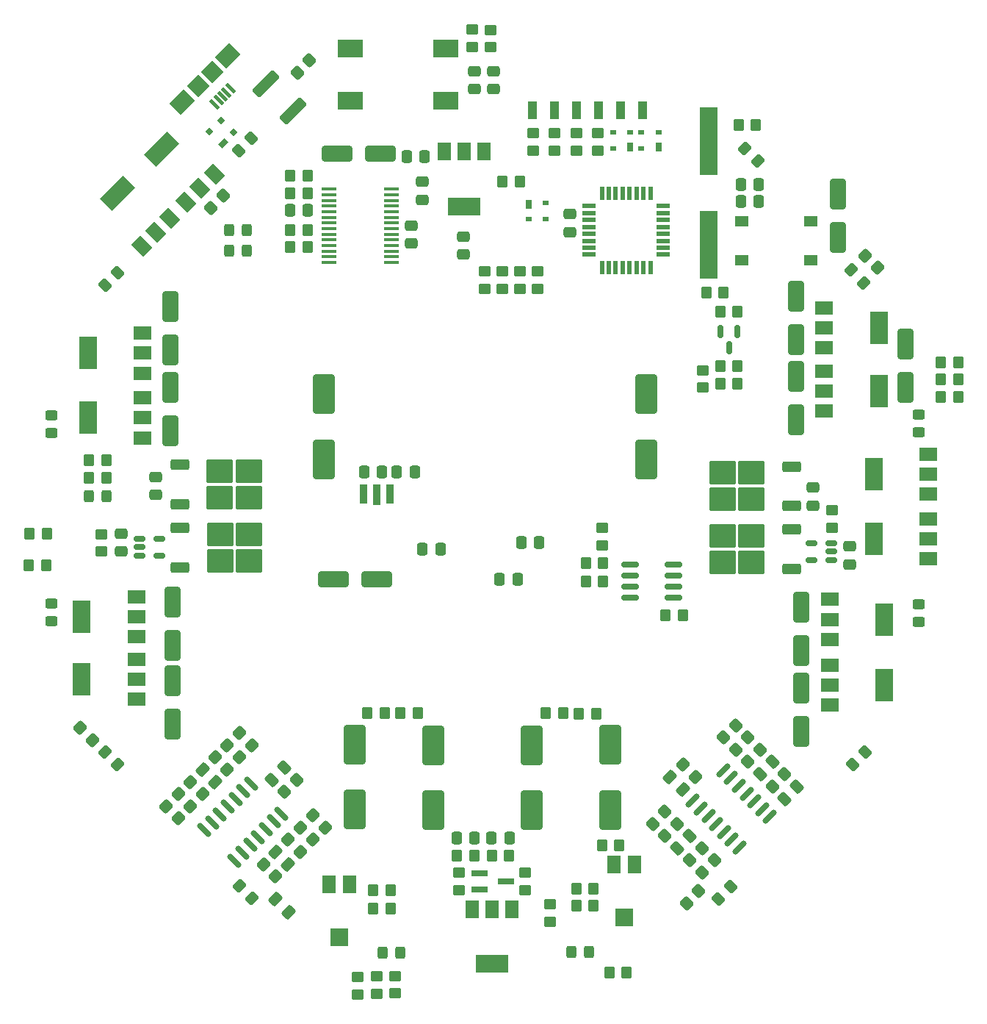
<source format=gbr>
%TF.GenerationSoftware,KiCad,Pcbnew,7.0.6*%
%TF.CreationDate,2023-10-06T12:50:56+02:00*%
%TF.ProjectId,MagLev,4d61674c-6576-42e6-9b69-6361645f7063,V1.0*%
%TF.SameCoordinates,Original*%
%TF.FileFunction,Paste,Top*%
%TF.FilePolarity,Positive*%
%FSLAX46Y46*%
G04 Gerber Fmt 4.6, Leading zero omitted, Abs format (unit mm)*
G04 Created by KiCad (PCBNEW 7.0.6) date 2023-10-06 12:50:56*
%MOMM*%
%LPD*%
G01*
G04 APERTURE LIST*
G04 Aperture macros list*
%AMRoundRect*
0 Rectangle with rounded corners*
0 $1 Rounding radius*
0 $2 $3 $4 $5 $6 $7 $8 $9 X,Y pos of 4 corners*
0 Add a 4 corners polygon primitive as box body*
4,1,4,$2,$3,$4,$5,$6,$7,$8,$9,$2,$3,0*
0 Add four circle primitives for the rounded corners*
1,1,$1+$1,$2,$3*
1,1,$1+$1,$4,$5*
1,1,$1+$1,$6,$7*
1,1,$1+$1,$8,$9*
0 Add four rect primitives between the rounded corners*
20,1,$1+$1,$2,$3,$4,$5,0*
20,1,$1+$1,$4,$5,$6,$7,0*
20,1,$1+$1,$6,$7,$8,$9,0*
20,1,$1+$1,$8,$9,$2,$3,0*%
%AMRotRect*
0 Rectangle, with rotation*
0 The origin of the aperture is its center*
0 $1 length*
0 $2 width*
0 $3 Rotation angle, in degrees counterclockwise*
0 Add horizontal line*
21,1,$1,$2,0,0,$3*%
G04 Aperture macros list end*
%ADD10R,2.000000X1.500000*%
%ADD11R,2.000000X3.800000*%
%ADD12RoundRect,0.250000X0.565685X0.070711X0.070711X0.565685X-0.565685X-0.070711X-0.070711X-0.565685X0*%
%ADD13RoundRect,0.250000X-0.337500X-0.475000X0.337500X-0.475000X0.337500X0.475000X-0.337500X0.475000X0*%
%ADD14RoundRect,0.250000X-0.350000X-0.450000X0.350000X-0.450000X0.350000X0.450000X-0.350000X0.450000X0*%
%ADD15RoundRect,0.250000X-0.450000X0.350000X-0.450000X-0.350000X0.450000X-0.350000X0.450000X0.350000X0*%
%ADD16RoundRect,0.250000X1.000000X-2.000000X1.000000X2.000000X-1.000000X2.000000X-1.000000X-2.000000X0*%
%ADD17RoundRect,0.250000X1.275000X1.125000X-1.275000X1.125000X-1.275000X-1.125000X1.275000X-1.125000X0*%
%ADD18RoundRect,0.250000X0.850000X0.350000X-0.850000X0.350000X-0.850000X-0.350000X0.850000X-0.350000X0*%
%ADD19RoundRect,0.250000X-0.475000X0.337500X-0.475000X-0.337500X0.475000X-0.337500X0.475000X0.337500X0*%
%ADD20R,3.000000X2.000000*%
%ADD21RotRect,2.000000X1.500000X135.000000*%
%ADD22RotRect,2.000000X3.800000X135.000000*%
%ADD23RoundRect,0.250000X-0.088388X0.548008X-0.548008X0.088388X0.088388X-0.548008X0.548008X-0.088388X0*%
%ADD24RoundRect,0.250000X0.350000X0.450000X-0.350000X0.450000X-0.350000X-0.450000X0.350000X-0.450000X0*%
%ADD25RoundRect,0.250000X0.070711X-0.565685X0.565685X-0.070711X-0.070711X0.565685X-0.565685X0.070711X0*%
%ADD26RoundRect,0.250000X0.548008X0.088388X0.088388X0.548008X-0.548008X-0.088388X-0.088388X-0.548008X0*%
%ADD27RoundRect,0.250000X-0.850000X-0.350000X0.850000X-0.350000X0.850000X0.350000X-0.850000X0.350000X0*%
%ADD28RoundRect,0.250000X-1.275000X-1.125000X1.275000X-1.125000X1.275000X1.125000X-1.275000X1.125000X0*%
%ADD29RoundRect,0.250000X0.450000X-0.350000X0.450000X0.350000X-0.450000X0.350000X-0.450000X-0.350000X0*%
%ADD30RoundRect,0.250000X-0.650000X1.500000X-0.650000X-1.500000X0.650000X-1.500000X0.650000X1.500000X0*%
%ADD31RoundRect,0.250000X0.088388X-0.548008X0.548008X-0.088388X-0.088388X0.548008X-0.548008X0.088388X0*%
%ADD32R,1.600000X2.000000*%
%ADD33R,2.000000X2.000000*%
%ADD34RoundRect,0.250000X0.475000X-0.337500X0.475000X0.337500X-0.475000X0.337500X-0.475000X-0.337500X0*%
%ADD35RoundRect,0.250000X-0.070711X0.565685X-0.565685X0.070711X0.070711X-0.565685X0.565685X-0.070711X0*%
%ADD36RoundRect,0.150000X0.512500X0.150000X-0.512500X0.150000X-0.512500X-0.150000X0.512500X-0.150000X0*%
%ADD37RoundRect,0.250000X-1.000000X2.000000X-1.000000X-2.000000X1.000000X-2.000000X1.000000X2.000000X0*%
%ADD38R,1.500000X2.000000*%
%ADD39R,3.800000X2.000000*%
%ADD40R,0.900000X2.300000*%
%ADD41R,0.900000X2.475000*%
%ADD42RoundRect,0.250000X-0.565685X-0.070711X-0.070711X-0.565685X0.565685X0.070711X0.070711X0.565685X0*%
%ADD43RoundRect,0.250000X1.308148X0.742462X0.742462X1.308148X-1.308148X-0.742462X-0.742462X-1.308148X0*%
%ADD44RotRect,0.400000X1.400000X225.000000*%
%ADD45RotRect,2.300000X1.900000X225.000000*%
%ADD46RotRect,1.800000X1.900000X225.000000*%
%ADD47RoundRect,0.250000X-0.548008X-0.088388X-0.088388X-0.548008X0.548008X0.088388X0.088388X0.548008X0*%
%ADD48RoundRect,0.250000X0.337500X0.475000X-0.337500X0.475000X-0.337500X-0.475000X0.337500X-0.475000X0*%
%ADD49R,1.750000X0.450000*%
%ADD50RoundRect,0.250000X-0.450000X0.325000X-0.450000X-0.325000X0.450000X-0.325000X0.450000X0.325000X0*%
%ADD51RoundRect,0.250000X-0.097227X0.574524X-0.574524X0.097227X0.097227X-0.574524X0.574524X-0.097227X0*%
%ADD52R,1.600000X0.550000*%
%ADD53R,0.550000X1.600000*%
%ADD54RoundRect,0.250000X0.450000X-0.325000X0.450000X0.325000X-0.450000X0.325000X-0.450000X-0.325000X0*%
%ADD55R,1.000000X2.000000*%
%ADD56RoundRect,0.250000X0.574524X0.097227X0.097227X0.574524X-0.574524X-0.097227X-0.097227X-0.574524X0*%
%ADD57RoundRect,0.250000X-0.574524X-0.097227X-0.097227X-0.574524X0.574524X0.097227X0.097227X0.574524X0*%
%ADD58RoundRect,0.150000X-0.512500X-0.150000X0.512500X-0.150000X0.512500X0.150000X-0.512500X0.150000X0*%
%ADD59R,0.700000X1.000000*%
%ADD60R,0.700000X0.600000*%
%ADD61RoundRect,0.250000X1.500000X0.650000X-1.500000X0.650000X-1.500000X-0.650000X1.500000X-0.650000X0*%
%ADD62RotRect,0.700000X1.000000X135.000000*%
%ADD63RotRect,0.700000X0.600000X135.000000*%
%ADD64RoundRect,0.250000X-0.325000X-0.450000X0.325000X-0.450000X0.325000X0.450000X-0.325000X0.450000X0*%
%ADD65RoundRect,0.250000X0.650000X-1.500000X0.650000X1.500000X-0.650000X1.500000X-0.650000X-1.500000X0*%
%ADD66RoundRect,0.250000X0.325000X0.450000X-0.325000X0.450000X-0.325000X-0.450000X0.325000X-0.450000X0*%
%ADD67RoundRect,0.150000X-0.825000X-0.150000X0.825000X-0.150000X0.825000X0.150000X-0.825000X0.150000X0*%
%ADD68RoundRect,0.150000X-0.150000X0.587500X-0.150000X-0.587500X0.150000X-0.587500X0.150000X0.587500X0*%
%ADD69R,1.550000X1.300000*%
%ADD70R,2.000000X7.875000*%
%ADD71RoundRect,0.250000X0.097227X-0.574524X0.574524X-0.097227X-0.097227X0.574524X-0.574524X0.097227X0*%
%ADD72R,1.900000X0.800000*%
%ADD73RoundRect,0.150000X-0.689429X0.477297X0.477297X-0.689429X0.689429X-0.477297X-0.477297X0.689429X0*%
%ADD74RoundRect,0.150000X-0.477297X-0.689429X0.689429X0.477297X0.477297X0.689429X-0.689429X-0.477297X0*%
G04 APERTURE END LIST*
D10*
%TO.C,Q8*%
X112200000Y-120100000D03*
D11*
X105900000Y-120100000D03*
D10*
X112200000Y-122400000D03*
X112200000Y-117800000D03*
%TD*%
D12*
%TO.C,R73*%
X197657107Y-72707107D03*
X196242893Y-71292893D03*
%TD*%
D13*
%TO.C,C35*%
X145150000Y-105100000D03*
X147225000Y-105100000D03*
%TD*%
D14*
%TO.C,R57*%
X159400000Y-124000000D03*
X161400000Y-124000000D03*
%TD*%
D15*
%TO.C,R51*%
X192421384Y-100621384D03*
X192421384Y-102621384D03*
%TD*%
D16*
%TO.C,C4*%
X166800000Y-135150000D03*
X166800000Y-127650000D03*
%TD*%
D17*
%TO.C,D34*%
X183096384Y-99396384D03*
X183096384Y-96346384D03*
X179746384Y-99396384D03*
X179746384Y-96346384D03*
D18*
X187721384Y-100151384D03*
X187721384Y-95591384D03*
%TD*%
D19*
%TO.C,C30*%
X114400000Y-96812500D03*
X114400000Y-98887500D03*
%TD*%
D12*
%TO.C,R71*%
X107107107Y-127107107D03*
X105692893Y-125692893D03*
%TD*%
D10*
%TO.C,Q1*%
X192100000Y-113200000D03*
D11*
X198400000Y-113200000D03*
D10*
X192100000Y-110900000D03*
X192100000Y-115500000D03*
%TD*%
D20*
%TO.C,J1*%
X147850000Y-47450000D03*
X147850000Y-53450000D03*
X136850000Y-53450000D03*
X136850000Y-47450000D03*
%TD*%
D16*
%TO.C,C23*%
X171000000Y-94750000D03*
X171000000Y-87250000D03*
%TD*%
D21*
%TO.C,Q14*%
X119527386Y-63527386D03*
D22*
X115072614Y-59072614D03*
D21*
X117901041Y-65153732D03*
X121153732Y-61901041D03*
%TD*%
D23*
%TO.C,D38*%
X196224784Y-128475216D03*
X194775216Y-129924784D03*
%TD*%
D24*
%TO.C,R61*%
X206950000Y-83575000D03*
X204950000Y-83575000D03*
%TD*%
D25*
%TO.C,R6*%
X179859337Y-126810757D03*
X181273551Y-125396543D03*
%TD*%
D24*
%TO.C,R46*%
X206925000Y-87600000D03*
X204925000Y-87600000D03*
%TD*%
D26*
%TO.C,D43*%
X110024784Y-129924784D03*
X108575216Y-128475216D03*
%TD*%
D27*
%TO.C,Q13*%
X117200000Y-102700000D03*
D28*
X121825000Y-103455000D03*
X121825000Y-106505000D03*
X125175000Y-103455000D03*
X125175000Y-106505000D03*
D27*
X117200000Y-107260000D03*
%TD*%
D24*
%TO.C,R39*%
X131900000Y-64100000D03*
X129900000Y-64100000D03*
%TD*%
D25*
%TO.C,R8*%
X181259337Y-128210757D03*
X182673551Y-126796543D03*
%TD*%
D29*
%TO.C,R56*%
X162900000Y-59200000D03*
X162900000Y-57200000D03*
%TD*%
D14*
%TO.C,R34*%
X162900000Y-144200000D03*
X164900000Y-144200000D03*
%TD*%
%TO.C,R15*%
X164000000Y-106700000D03*
X166000000Y-106700000D03*
%TD*%
D10*
%TO.C,Q5*%
X203500000Y-103950000D03*
D11*
X197200000Y-103950000D03*
D10*
X203500000Y-106250000D03*
X203500000Y-101650000D03*
%TD*%
D12*
%TO.C,R31*%
X125493908Y-127678171D03*
X124079694Y-126263957D03*
%TD*%
D30*
%TO.C,D1*%
X188835786Y-111805278D03*
X188835786Y-116805278D03*
%TD*%
D19*
%TO.C,C29*%
X190150000Y-98025000D03*
X190150000Y-100100000D03*
%TD*%
D28*
%TO.C,D35*%
X121800000Y-96150000D03*
X121800000Y-99200000D03*
X125150000Y-96150000D03*
X125150000Y-99200000D03*
D27*
X117175000Y-95395000D03*
X117175000Y-99955000D03*
%TD*%
D31*
%TO.C,D36*%
X108575216Y-74724784D03*
X110024784Y-73275216D03*
%TD*%
D15*
%TO.C,R12*%
X150900000Y-45275000D03*
X150900000Y-47275000D03*
%TD*%
D19*
%TO.C,C32*%
X151150000Y-50062500D03*
X151150000Y-52137500D03*
%TD*%
D32*
%TO.C,RV2*%
X134425000Y-143752000D03*
D33*
X135600000Y-149848000D03*
D32*
X136775000Y-143752000D03*
%TD*%
D34*
%TO.C,C19*%
X110425000Y-105395000D03*
X110425000Y-103320000D03*
%TD*%
D30*
%TO.C,D5*%
X188256430Y-76000000D03*
X188256430Y-81000000D03*
%TD*%
D35*
%TO.C,R33*%
X173122049Y-135331393D03*
X171707835Y-136745607D03*
%TD*%
D24*
%TO.C,R21*%
X141500000Y-144400000D03*
X139500000Y-144400000D03*
%TD*%
D36*
%TO.C,U13*%
X192337500Y-106350000D03*
X192337500Y-105400000D03*
X192337500Y-104450000D03*
X190062500Y-104450000D03*
X190062500Y-106350000D03*
%TD*%
D37*
%TO.C,C3*%
X157800000Y-127700000D03*
X157800000Y-135200000D03*
%TD*%
D15*
%TO.C,R68*%
X177500000Y-84500000D03*
X177500000Y-86500000D03*
%TD*%
D38*
%TO.C,U9*%
X152250000Y-59350000D03*
X149950000Y-59350000D03*
D39*
X149950000Y-65650000D03*
D38*
X147650000Y-59350000D03*
%TD*%
D15*
%TO.C,R72*%
X137700000Y-154400000D03*
X137700000Y-156400000D03*
%TD*%
D40*
%TO.C,U3*%
X141400000Y-98800000D03*
D41*
X139900000Y-98887500D03*
D40*
X138400000Y-98800000D03*
%TD*%
D19*
%TO.C,C15*%
X149900000Y-69100000D03*
X149900000Y-71175000D03*
%TD*%
D29*
%TO.C,R42*%
X139925000Y-156300000D03*
X139925000Y-154300000D03*
%TD*%
%TO.C,R41*%
X152325000Y-75125000D03*
X152325000Y-73125000D03*
%TD*%
D14*
%TO.C,R9*%
X162900000Y-146200000D03*
X164900000Y-146200000D03*
%TD*%
D29*
%TO.C,R49*%
X158400000Y-75100000D03*
X158400000Y-73100000D03*
%TD*%
D14*
%TO.C,R27*%
X173200000Y-112700000D03*
X175200000Y-112700000D03*
%TD*%
%TO.C,R63*%
X129900000Y-70350000D03*
X131900000Y-70350000D03*
%TD*%
D37*
%TO.C,C6*%
X146400000Y-127700000D03*
X146400000Y-135200000D03*
%TD*%
D31*
%TO.C,D33*%
X123975216Y-59224784D03*
X125424784Y-57775216D03*
%TD*%
D42*
%TO.C,R23*%
X126833005Y-141399748D03*
X128247219Y-142813962D03*
%TD*%
D43*
%TO.C,F1*%
X130223313Y-54673313D03*
X127076687Y-51526687D03*
%TD*%
D24*
%TO.C,R67*%
X181500000Y-86100000D03*
X179500000Y-86100000D03*
%TD*%
D10*
%TO.C,Q9*%
X112199999Y-112900000D03*
D11*
X105899999Y-112900000D03*
D10*
X112199999Y-115200000D03*
X112199999Y-110600000D03*
%TD*%
D24*
%TO.C,R16*%
X166000000Y-108800000D03*
X164000000Y-108800000D03*
%TD*%
%TO.C,R55*%
X156400000Y-62800000D03*
X154400000Y-62800000D03*
%TD*%
%TO.C,R25*%
X141500000Y-146500000D03*
X139500000Y-146500000D03*
%TD*%
D29*
%TO.C,R64*%
X165400000Y-59200000D03*
X165400000Y-57200000D03*
%TD*%
D25*
%TO.C,R24*%
X129235786Y-133078427D03*
X130650000Y-131664213D03*
%TD*%
D15*
%TO.C,R70*%
X159900000Y-146000000D03*
X159900000Y-148000000D03*
%TD*%
D44*
%TO.C,J4*%
X123036143Y-52044365D03*
X122576524Y-52503984D03*
X122116905Y-52963604D03*
X121657285Y-53423223D03*
X121197666Y-53882842D03*
D45*
X122753301Y-48296699D03*
D46*
X120914823Y-50135176D03*
X119288477Y-51761522D03*
D45*
X117450000Y-53600000D03*
%TD*%
D25*
%TO.C,R1*%
X175976992Y-140961731D03*
X177391206Y-139547517D03*
%TD*%
D47*
%TO.C,D50*%
X182350216Y-59000216D03*
X183799784Y-60449784D03*
%TD*%
D13*
%TO.C,C11*%
X181862500Y-63100000D03*
X183937500Y-63100000D03*
%TD*%
D35*
%TO.C,R65*%
X122214214Y-64385786D03*
X120800000Y-65800000D03*
%TD*%
D48*
%TO.C,C16*%
X145437500Y-59900000D03*
X143362500Y-59900000D03*
%TD*%
D15*
%TO.C,R35*%
X153050000Y-45325000D03*
X153050000Y-47325000D03*
%TD*%
D49*
%TO.C,U8*%
X141600000Y-72100000D03*
X141600000Y-71450000D03*
X141600000Y-70800000D03*
X141600000Y-70150000D03*
X141600000Y-69500000D03*
X141600000Y-68850000D03*
X141600000Y-68200000D03*
X141600000Y-67550000D03*
X141600000Y-66900000D03*
X141600000Y-66250000D03*
X141600000Y-65600000D03*
X141600000Y-64950000D03*
X141600000Y-64300000D03*
X141600000Y-63650000D03*
X134400000Y-63650000D03*
X134400000Y-64300000D03*
X134400000Y-64950000D03*
X134400000Y-65600000D03*
X134400000Y-66250000D03*
X134400000Y-66900000D03*
X134400000Y-67550000D03*
X134400000Y-68200000D03*
X134400000Y-68850000D03*
X134400000Y-69500000D03*
X134400000Y-70150000D03*
X134400000Y-70800000D03*
X134400000Y-71450000D03*
X134400000Y-72100000D03*
%TD*%
D50*
%TO.C,D47*%
X202400000Y-111425000D03*
X202400000Y-113475000D03*
%TD*%
D51*
%TO.C,C24*%
X129235786Y-130250000D03*
X127768540Y-131717246D03*
%TD*%
D14*
%TO.C,R37*%
X99775000Y-106975000D03*
X101775000Y-106975000D03*
%TD*%
D16*
%TO.C,C22*%
X133800000Y-94750000D03*
X133800000Y-87250000D03*
%TD*%
D52*
%TO.C,U6*%
X172900000Y-71200000D03*
X172900000Y-70400000D03*
X172900000Y-69600000D03*
X172900000Y-68800000D03*
X172900000Y-68000000D03*
X172900000Y-67200000D03*
X172900000Y-66400000D03*
X172900000Y-65600000D03*
D53*
X171450000Y-64150000D03*
X170650000Y-64150000D03*
X169850000Y-64150000D03*
X169050000Y-64150000D03*
X168250000Y-64150000D03*
X167450000Y-64150000D03*
X166650000Y-64150000D03*
X165850000Y-64150000D03*
D52*
X164400000Y-65600000D03*
X164400000Y-66400000D03*
X164400000Y-67200000D03*
X164400000Y-68000000D03*
X164400000Y-68800000D03*
X164400000Y-69600000D03*
X164400000Y-70400000D03*
X164400000Y-71200000D03*
D53*
X165850000Y-72650000D03*
X166650000Y-72650000D03*
X167450000Y-72650000D03*
X168250000Y-72650000D03*
X169050000Y-72650000D03*
X169850000Y-72650000D03*
X170650000Y-72650000D03*
X171450000Y-72650000D03*
%TD*%
D54*
%TO.C,D41*%
X102400000Y-91725000D03*
X102400000Y-89675000D03*
%TD*%
D10*
%TO.C,Q7*%
X191500000Y-86900000D03*
D11*
X197800000Y-86900000D03*
D10*
X191500000Y-84600000D03*
X191500000Y-89200000D03*
%TD*%
D55*
%TO.C,J2*%
X170575000Y-54568000D03*
X168035000Y-54600000D03*
X165495000Y-54600000D03*
X162955000Y-54600000D03*
X160415000Y-54600000D03*
X157875000Y-54600000D03*
%TD*%
D30*
%TO.C,D2*%
X188835786Y-121105278D03*
X188835786Y-126105278D03*
%TD*%
D48*
%TO.C,C10*%
X144300000Y-96250000D03*
X142225000Y-96250000D03*
%TD*%
D21*
%TO.C,Q10*%
X114427386Y-68627386D03*
D22*
X109972614Y-64172614D03*
D21*
X112801041Y-70253732D03*
X116053732Y-67001041D03*
%TD*%
D19*
%TO.C,C31*%
X153400000Y-50062500D03*
X153400000Y-52137500D03*
%TD*%
D26*
%TO.C,D44*%
X125500000Y-145300000D03*
X124050432Y-143850432D03*
%TD*%
D56*
%TO.C,C18*%
X129687949Y-141426265D03*
X128220703Y-139959019D03*
%TD*%
D19*
%TO.C,C20*%
X194421384Y-104796384D03*
X194421384Y-106871384D03*
%TD*%
D42*
%TO.C,R28*%
X118422840Y-131920810D03*
X119837054Y-133335024D03*
%TD*%
D57*
%TO.C,C26*%
X119810538Y-130480081D03*
X121277784Y-131947327D03*
%TD*%
D24*
%TO.C,R74*%
X183625000Y-56275000D03*
X181625000Y-56275000D03*
%TD*%
%TO.C,R66*%
X181500000Y-84000000D03*
X179500000Y-84000000D03*
%TD*%
D58*
%TO.C,U14*%
X112537500Y-103945000D03*
X112537500Y-104895000D03*
X112537500Y-105845000D03*
X114812500Y-105845000D03*
X114812500Y-103945000D03*
%TD*%
D14*
%TO.C,R69*%
X106700000Y-94900000D03*
X108700000Y-94900000D03*
%TD*%
D42*
%TO.C,R19*%
X132516377Y-135769410D03*
X133930591Y-137183624D03*
%TD*%
D59*
%TO.C,D32*%
X172400000Y-58800000D03*
D60*
X172400000Y-57100000D03*
X170400000Y-57100000D03*
X170400000Y-59000000D03*
%TD*%
D29*
%TO.C,R45*%
X141975000Y-156275000D03*
X141975000Y-154275000D03*
%TD*%
D61*
%TO.C,D9*%
X139900000Y-108600000D03*
X134900000Y-108600000D03*
%TD*%
D14*
%TO.C,R0*%
X106700000Y-96900000D03*
X108700000Y-96900000D03*
%TD*%
D62*
%TO.C,D29*%
X122176777Y-58337437D03*
D63*
X123378858Y-57135355D03*
X121964645Y-55721142D03*
X120621142Y-57064645D03*
%TD*%
D19*
%TO.C,C17*%
X145150000Y-62812500D03*
X145150000Y-64887500D03*
%TD*%
D35*
%TO.C,R50*%
X132132107Y-48817893D03*
X130717893Y-50232107D03*
%TD*%
D14*
%TO.C,R62*%
X129900000Y-68350000D03*
X131900000Y-68350000D03*
%TD*%
D64*
%TO.C,DS1*%
X106675000Y-99000000D03*
X108725000Y-99000000D03*
%TD*%
D48*
%TO.C,C2*%
X151162500Y-138400000D03*
X149087500Y-138400000D03*
%TD*%
%TO.C,C34*%
X156150000Y-108600000D03*
X154075000Y-108600000D03*
%TD*%
D38*
%TO.C,Q15*%
X153200000Y-146600001D03*
D39*
X153200000Y-152900001D03*
D38*
X155500000Y-146600001D03*
X150900000Y-146600001D03*
%TD*%
D10*
%TO.C,Q3*%
X112900000Y-90000000D03*
D11*
X106600000Y-90000000D03*
D10*
X112900000Y-92300000D03*
X112900000Y-87700000D03*
%TD*%
D65*
%TO.C,D4*%
X116100000Y-82199999D03*
X116100000Y-77199999D03*
%TD*%
D59*
%TO.C,D31*%
X157400000Y-65400000D03*
D60*
X157400000Y-67100000D03*
X159400000Y-67100000D03*
X159400000Y-65200000D03*
%TD*%
D25*
%TO.C,R98*%
X177391207Y-142375943D03*
X178805421Y-140961729D03*
%TD*%
D66*
%TO.C,D40*%
X124925000Y-70700000D03*
X122875000Y-70700000D03*
%TD*%
D24*
%TO.C,R58*%
X140800000Y-124000000D03*
X138800000Y-124000000D03*
%TD*%
D59*
%TO.C,D30*%
X169150000Y-58800000D03*
D60*
X169150000Y-57100000D03*
X167150000Y-57100000D03*
X167150000Y-59000000D03*
%TD*%
D30*
%TO.C,D11*%
X200900000Y-81500000D03*
X200900000Y-86500000D03*
%TD*%
D66*
%TO.C,D46*%
X164400000Y-151500000D03*
X162350000Y-151500000D03*
%TD*%
D12*
%TO.C,R11*%
X176632107Y-131357107D03*
X175217893Y-129942893D03*
%TD*%
D67*
%TO.C,U5*%
X169125000Y-106895000D03*
X169125000Y-108165000D03*
X169125000Y-109435000D03*
X169125000Y-110705000D03*
X174075000Y-110705000D03*
X174075000Y-109435000D03*
X174075000Y-108165000D03*
X174075000Y-106895000D03*
%TD*%
D13*
%TO.C,C12*%
X181862500Y-65100000D03*
X183937500Y-65100000D03*
%TD*%
D10*
%TO.C,Q4*%
X112900000Y-82550000D03*
D11*
X106600000Y-82550000D03*
D10*
X112900000Y-84850000D03*
X112900000Y-80250000D03*
%TD*%
%TO.C,Q2*%
X192100000Y-120762237D03*
D11*
X198400000Y-120762237D03*
D10*
X192100000Y-118462237D03*
X192100000Y-123062237D03*
%TD*%
D14*
%TO.C,R18*%
X149162500Y-140400000D03*
X151162500Y-140400000D03*
%TD*%
D68*
%TO.C,Q11*%
X181450000Y-80025000D03*
X179550000Y-80025000D03*
X180500000Y-81900000D03*
%TD*%
D24*
%TO.C,R60*%
X168700000Y-153900000D03*
X166700000Y-153900000D03*
%TD*%
%TO.C,R43*%
X206950000Y-85575000D03*
X204950000Y-85575000D03*
%TD*%
D29*
%TO.C,R48*%
X156400000Y-75100000D03*
X156400000Y-73100000D03*
%TD*%
D48*
%TO.C,C14*%
X131975000Y-66100000D03*
X129900000Y-66100000D03*
%TD*%
D10*
%TO.C,Q6*%
X191500000Y-79650000D03*
D11*
X197800000Y-79650000D03*
D10*
X191500000Y-77350000D03*
X191500000Y-81950000D03*
%TD*%
D15*
%TO.C,R2*%
X108175000Y-103395000D03*
X108175000Y-105395000D03*
%TD*%
D66*
%TO.C,D39*%
X124925000Y-68350000D03*
X122875000Y-68350000D03*
%TD*%
D24*
%TO.C,R40*%
X181500000Y-77800000D03*
X179500000Y-77800000D03*
%TD*%
D42*
%TO.C,R29*%
X121251268Y-129092383D03*
X122665482Y-130506597D03*
%TD*%
D14*
%TO.C,R4*%
X165850000Y-139225000D03*
X167850000Y-139225000D03*
%TD*%
D57*
%TO.C,C25*%
X173716377Y-131350716D03*
X175183623Y-132817962D03*
%TD*%
D24*
%TO.C,R26*%
X155162500Y-140400000D03*
X153162500Y-140400000D03*
%TD*%
D66*
%TO.C,D45*%
X142625000Y-151600000D03*
X140575000Y-151600000D03*
%TD*%
D24*
%TO.C,R54*%
X144600000Y-124000000D03*
X142600000Y-124000000D03*
%TD*%
D23*
%TO.C,D37*%
X180749568Y-143950432D03*
X179300000Y-145400000D03*
%TD*%
D19*
%TO.C,C13*%
X162150000Y-66525000D03*
X162150000Y-68600000D03*
%TD*%
D42*
%TO.C,R32*%
X129661433Y-138571321D03*
X131075647Y-139985535D03*
%TD*%
D29*
%TO.C,R14*%
X157000000Y-144400000D03*
X157000000Y-142400000D03*
%TD*%
D65*
%TO.C,D7*%
X116400000Y-125300000D03*
X116400000Y-120300000D03*
%TD*%
D56*
%TO.C,C8*%
X129700000Y-146900000D03*
X128232754Y-145432754D03*
%TD*%
D13*
%TO.C,C9*%
X138425000Y-96250000D03*
X140500000Y-96250000D03*
%TD*%
D69*
%TO.C,RESET1*%
X189960000Y-71870000D03*
X182000000Y-71870000D03*
X189960000Y-67370000D03*
X182000000Y-67370000D03*
%TD*%
D25*
%TO.C,R10*%
X173122048Y-138159820D03*
X174536262Y-136745606D03*
%TD*%
D10*
%TO.C,Q18*%
X203499999Y-96450000D03*
D11*
X197199999Y-96450000D03*
D10*
X203499999Y-98750000D03*
X203499999Y-94150000D03*
%TD*%
D51*
%TO.C,C21*%
X185537333Y-129589615D03*
X184070087Y-131056861D03*
%TD*%
%TO.C,C1*%
X188330406Y-132453399D03*
X186863160Y-133920645D03*
%TD*%
D65*
%TO.C,D8*%
X116400000Y-116200000D03*
X116400000Y-111200000D03*
%TD*%
D54*
%TO.C,D42*%
X102400000Y-113425000D03*
X102400000Y-111375000D03*
%TD*%
D25*
%TO.C,R22*%
X185512660Y-132456849D03*
X186926874Y-131042635D03*
%TD*%
D24*
%TO.C,R47*%
X179900000Y-75600000D03*
X177900000Y-75600000D03*
%TD*%
D32*
%TO.C,RV1*%
X167225000Y-141452000D03*
D33*
X168400000Y-147548000D03*
D32*
X169575000Y-141452000D03*
%TD*%
D14*
%TO.C,R59*%
X163200000Y-124050000D03*
X165200000Y-124050000D03*
%TD*%
D16*
%TO.C,C7*%
X137400000Y-135100000D03*
X137400000Y-127600000D03*
%TD*%
D42*
%TO.C,R20*%
X131102163Y-137183623D03*
X132516377Y-138597837D03*
%TD*%
D65*
%TO.C,D10*%
X193100000Y-69225000D03*
X193100000Y-64225000D03*
%TD*%
D13*
%TO.C,C33*%
X156575000Y-104350000D03*
X158650000Y-104350000D03*
%TD*%
D29*
%TO.C,R53*%
X160400000Y-59200000D03*
X160400000Y-57200000D03*
%TD*%
%TO.C,R7*%
X149362500Y-144400000D03*
X149362500Y-142400000D03*
%TD*%
%TO.C,R17*%
X165900000Y-104700000D03*
X165900000Y-102700000D03*
%TD*%
D25*
%TO.C,R13*%
X175592893Y-145907107D03*
X177007107Y-144492893D03*
%TD*%
D29*
%TO.C,R52*%
X157900000Y-59200000D03*
X157900000Y-57200000D03*
%TD*%
D70*
%TO.C,Y3*%
X178150000Y-58162500D03*
X178150000Y-70037500D03*
%TD*%
D12*
%TO.C,R30*%
X124079695Y-129092383D03*
X122665481Y-127678169D03*
%TD*%
D71*
%TO.C,C27*%
X174509746Y-139600550D03*
X175976992Y-138133304D03*
%TD*%
D72*
%TO.C,U4*%
X151762500Y-142450000D03*
X151762500Y-144350000D03*
X154762500Y-143400000D03*
%TD*%
D73*
%TO.C,U2*%
X125401985Y-132083445D03*
X124503959Y-132981470D03*
X123605933Y-133879496D03*
X122707908Y-134777522D03*
X121809882Y-135675547D03*
X120911856Y-136573573D03*
X120013831Y-137471599D03*
X123514009Y-140971777D03*
X124412035Y-140073752D03*
X125310061Y-139175726D03*
X126208086Y-138277700D03*
X127106112Y-137379675D03*
X128004138Y-136481649D03*
X128902163Y-135583623D03*
%TD*%
D13*
%TO.C,C5*%
X153125000Y-138400000D03*
X155200000Y-138400000D03*
%TD*%
D74*
%TO.C,U1*%
X176341153Y-134078046D03*
X177239178Y-134976072D03*
X178137204Y-135874098D03*
X179035230Y-136772123D03*
X179933255Y-137670149D03*
X180831281Y-138568175D03*
X181729307Y-139466200D03*
X185229485Y-135966022D03*
X184331460Y-135067996D03*
X183433434Y-134169970D03*
X182535408Y-133271945D03*
X181637383Y-132373919D03*
X180739357Y-131475893D03*
X179841331Y-130577868D03*
%TD*%
D25*
%TO.C,R5*%
X182673552Y-129624969D03*
X184087766Y-128210755D03*
%TD*%
D14*
%TO.C,R38*%
X129900000Y-62100000D03*
X131900000Y-62100000D03*
%TD*%
D65*
%TO.C,D3*%
X116100000Y-91500001D03*
X116100000Y-86500001D03*
%TD*%
D61*
%TO.C,D28*%
X140300000Y-59600000D03*
X135300000Y-59600000D03*
%TD*%
D29*
%TO.C,R44*%
X154375000Y-75125000D03*
X154375000Y-73125000D03*
%TD*%
D50*
%TO.C,D48*%
X202400000Y-89625000D03*
X202400000Y-91675000D03*
%TD*%
D42*
%TO.C,R3*%
X115595056Y-134726516D03*
X117009270Y-136140730D03*
%TD*%
%TO.C,R99*%
X117008626Y-133335024D03*
X118422840Y-134749238D03*
%TD*%
D47*
%TO.C,D49*%
X194625432Y-72975432D03*
X196075000Y-74425000D03*
%TD*%
D34*
%TO.C,C28*%
X143900000Y-69925000D03*
X143900000Y-67850000D03*
%TD*%
D14*
%TO.C,R36*%
X99875000Y-103350000D03*
X101875000Y-103350000D03*
%TD*%
D30*
%TO.C,D6*%
X188256430Y-85200000D03*
X188256430Y-90200000D03*
%TD*%
D18*
%TO.C,Q12*%
X187731384Y-107401384D03*
D17*
X183106384Y-106646384D03*
X183106384Y-103596384D03*
X179756384Y-106646384D03*
X179756384Y-103596384D03*
D18*
X187731384Y-102841384D03*
%TD*%
M02*

</source>
